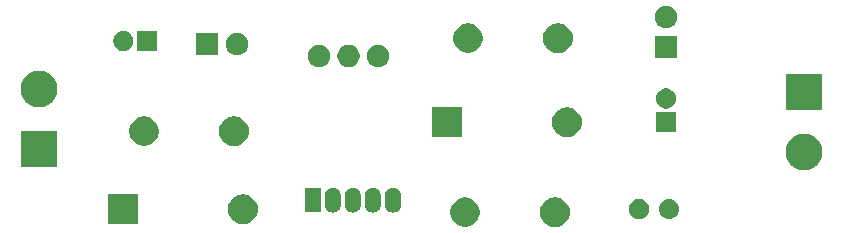
<source format=gts>
G04 #@! TF.GenerationSoftware,KiCad,Pcbnew,(5.1.2)-2*
G04 #@! TF.CreationDate,2019-10-31T11:57:37-10:00*
G04 #@! TF.ProjectId,buck converter,6275636b-2063-46f6-9e76-65727465722e,rev?*
G04 #@! TF.SameCoordinates,Original*
G04 #@! TF.FileFunction,Soldermask,Top*
G04 #@! TF.FilePolarity,Negative*
%FSLAX46Y46*%
G04 Gerber Fmt 4.6, Leading zero omitted, Abs format (unit mm)*
G04 Created by KiCad (PCBNEW (5.1.2)-2) date 2019-10-31 11:57:37*
%MOMM*%
%LPD*%
G04 APERTURE LIST*
%ADD10C,0.100000*%
G04 APERTURE END LIST*
D10*
G36*
X143755239Y-62013101D02*
G01*
X143991053Y-62084634D01*
X144208381Y-62200799D01*
X144398871Y-62357129D01*
X144555201Y-62547619D01*
X144671366Y-62764947D01*
X144742899Y-63000761D01*
X144767053Y-63246000D01*
X144742899Y-63491239D01*
X144671366Y-63727053D01*
X144555201Y-63944381D01*
X144398871Y-64134871D01*
X144208381Y-64291201D01*
X143991053Y-64407366D01*
X143755239Y-64478899D01*
X143571457Y-64497000D01*
X143448543Y-64497000D01*
X143264761Y-64478899D01*
X143028947Y-64407366D01*
X142811619Y-64291201D01*
X142621129Y-64134871D01*
X142464799Y-63944381D01*
X142348634Y-63727053D01*
X142277101Y-63491239D01*
X142252947Y-63246000D01*
X142277101Y-63000761D01*
X142348634Y-62764947D01*
X142464799Y-62547619D01*
X142621129Y-62357129D01*
X142811619Y-62200799D01*
X143028947Y-62084634D01*
X143264761Y-62013101D01*
X143448543Y-61995000D01*
X143571457Y-61995000D01*
X143755239Y-62013101D01*
X143755239Y-62013101D01*
G37*
G36*
X136254903Y-62043075D02*
G01*
X136399887Y-62103129D01*
X136482571Y-62137378D01*
X136687466Y-62274285D01*
X136861715Y-62448534D01*
X136998622Y-62653429D01*
X136998623Y-62653431D01*
X137092925Y-62881097D01*
X137141000Y-63122786D01*
X137141000Y-63369214D01*
X137092925Y-63610903D01*
X137010334Y-63810297D01*
X136998622Y-63838571D01*
X136861715Y-64043466D01*
X136687466Y-64217715D01*
X136482571Y-64354622D01*
X136482570Y-64354623D01*
X136482569Y-64354623D01*
X136254903Y-64448925D01*
X136013214Y-64497000D01*
X135766786Y-64497000D01*
X135525097Y-64448925D01*
X135297431Y-64354623D01*
X135297430Y-64354623D01*
X135297429Y-64354622D01*
X135092534Y-64217715D01*
X134918285Y-64043466D01*
X134781378Y-63838571D01*
X134769667Y-63810297D01*
X134687075Y-63610903D01*
X134639000Y-63369214D01*
X134639000Y-63122786D01*
X134687075Y-62881097D01*
X134781377Y-62653431D01*
X134781378Y-62653429D01*
X134918285Y-62448534D01*
X135092534Y-62274285D01*
X135297429Y-62137378D01*
X135380114Y-62103129D01*
X135525097Y-62043075D01*
X135766786Y-61995000D01*
X136013214Y-61995000D01*
X136254903Y-62043075D01*
X136254903Y-62043075D01*
G37*
G36*
X117339239Y-61759101D02*
G01*
X117575053Y-61830634D01*
X117792381Y-61946799D01*
X117982871Y-62103129D01*
X118139201Y-62293619D01*
X118255366Y-62510947D01*
X118326899Y-62746761D01*
X118351053Y-62992000D01*
X118326899Y-63237239D01*
X118255366Y-63473053D01*
X118139201Y-63690381D01*
X117982871Y-63880871D01*
X117792381Y-64037201D01*
X117575053Y-64153366D01*
X117339239Y-64224899D01*
X117155457Y-64243000D01*
X117032543Y-64243000D01*
X116848761Y-64224899D01*
X116612947Y-64153366D01*
X116395619Y-64037201D01*
X116205129Y-63880871D01*
X116048799Y-63690381D01*
X115932634Y-63473053D01*
X115861101Y-63237239D01*
X115836947Y-62992000D01*
X115861101Y-62746761D01*
X115932634Y-62510947D01*
X116048799Y-62293619D01*
X116205129Y-62103129D01*
X116395619Y-61946799D01*
X116612947Y-61830634D01*
X116848761Y-61759101D01*
X117032543Y-61741000D01*
X117155457Y-61741000D01*
X117339239Y-61759101D01*
X117339239Y-61759101D01*
G37*
G36*
X108185000Y-64243000D02*
G01*
X105683000Y-64243000D01*
X105683000Y-61741000D01*
X108185000Y-61741000D01*
X108185000Y-64243000D01*
X108185000Y-64243000D01*
G37*
G36*
X153328823Y-62153313D02*
G01*
X153489242Y-62201976D01*
X153556361Y-62237852D01*
X153637078Y-62280996D01*
X153766659Y-62387341D01*
X153873004Y-62516922D01*
X153873005Y-62516924D01*
X153952024Y-62664758D01*
X154000687Y-62825177D01*
X154017117Y-62992000D01*
X154000687Y-63158823D01*
X153952024Y-63319242D01*
X153911477Y-63395100D01*
X153873004Y-63467078D01*
X153766659Y-63596659D01*
X153637078Y-63703004D01*
X153637076Y-63703005D01*
X153489242Y-63782024D01*
X153328823Y-63830687D01*
X153203804Y-63843000D01*
X153120196Y-63843000D01*
X152995177Y-63830687D01*
X152834758Y-63782024D01*
X152686924Y-63703005D01*
X152686922Y-63703004D01*
X152557341Y-63596659D01*
X152450996Y-63467078D01*
X152412523Y-63395100D01*
X152371976Y-63319242D01*
X152323313Y-63158823D01*
X152306883Y-62992000D01*
X152323313Y-62825177D01*
X152371976Y-62664758D01*
X152450995Y-62516924D01*
X152450996Y-62516922D01*
X152557341Y-62387341D01*
X152686922Y-62280996D01*
X152767639Y-62237852D01*
X152834758Y-62201976D01*
X152995177Y-62153313D01*
X153120196Y-62141000D01*
X153203804Y-62141000D01*
X153328823Y-62153313D01*
X153328823Y-62153313D01*
G37*
G36*
X150870228Y-62173703D02*
G01*
X151025100Y-62237853D01*
X151164481Y-62330985D01*
X151283015Y-62449519D01*
X151376147Y-62588900D01*
X151440297Y-62743772D01*
X151473000Y-62908184D01*
X151473000Y-63075816D01*
X151440297Y-63240228D01*
X151376147Y-63395100D01*
X151283015Y-63534481D01*
X151164481Y-63653015D01*
X151025100Y-63746147D01*
X150870228Y-63810297D01*
X150705816Y-63843000D01*
X150538184Y-63843000D01*
X150373772Y-63810297D01*
X150218900Y-63746147D01*
X150079519Y-63653015D01*
X149960985Y-63534481D01*
X149867853Y-63395100D01*
X149803703Y-63240228D01*
X149771000Y-63075816D01*
X149771000Y-62908184D01*
X149803703Y-62743772D01*
X149867853Y-62588900D01*
X149960985Y-62449519D01*
X150079519Y-62330985D01*
X150218900Y-62237853D01*
X150373772Y-62173703D01*
X150538184Y-62141000D01*
X150705816Y-62141000D01*
X150870228Y-62173703D01*
X150870228Y-62173703D01*
G37*
G36*
X128228969Y-61188962D02*
G01*
X128358751Y-61228331D01*
X128408144Y-61254733D01*
X128478359Y-61292263D01*
X128583199Y-61378302D01*
X128669237Y-61483140D01*
X128706767Y-61553355D01*
X128733169Y-61602748D01*
X128772538Y-61732530D01*
X128782500Y-61833679D01*
X128782500Y-62626321D01*
X128772538Y-62727470D01*
X128733169Y-62857252D01*
X128733166Y-62857257D01*
X128669237Y-62976860D01*
X128583199Y-63081699D01*
X128478360Y-63167737D01*
X128408145Y-63205267D01*
X128358752Y-63231669D01*
X128228970Y-63271038D01*
X128094000Y-63284331D01*
X127959031Y-63271038D01*
X127829249Y-63231669D01*
X127779856Y-63205267D01*
X127709641Y-63167737D01*
X127604802Y-63081699D01*
X127518764Y-62976860D01*
X127454832Y-62857252D01*
X127415462Y-62727471D01*
X127405500Y-62626322D01*
X127405500Y-61833679D01*
X127415462Y-61732535D01*
X127415462Y-61732531D01*
X127454831Y-61602749D01*
X127518764Y-61483140D01*
X127518765Y-61483139D01*
X127604802Y-61378301D01*
X127709640Y-61292263D01*
X127779855Y-61254733D01*
X127829248Y-61228331D01*
X127959030Y-61188962D01*
X128094000Y-61175669D01*
X128228969Y-61188962D01*
X128228969Y-61188962D01*
G37*
G36*
X129928969Y-61188962D02*
G01*
X130058751Y-61228331D01*
X130108144Y-61254733D01*
X130178359Y-61292263D01*
X130283199Y-61378302D01*
X130369237Y-61483140D01*
X130406767Y-61553355D01*
X130433169Y-61602748D01*
X130472538Y-61732530D01*
X130482500Y-61833679D01*
X130482500Y-62626321D01*
X130472538Y-62727470D01*
X130433169Y-62857252D01*
X130433166Y-62857257D01*
X130369237Y-62976860D01*
X130283199Y-63081699D01*
X130178360Y-63167737D01*
X130108145Y-63205267D01*
X130058752Y-63231669D01*
X129928970Y-63271038D01*
X129794000Y-63284331D01*
X129659031Y-63271038D01*
X129529249Y-63231669D01*
X129479856Y-63205267D01*
X129409641Y-63167737D01*
X129304802Y-63081699D01*
X129218764Y-62976860D01*
X129154832Y-62857252D01*
X129115462Y-62727471D01*
X129105500Y-62626322D01*
X129105500Y-61833679D01*
X129115462Y-61732535D01*
X129115462Y-61732531D01*
X129154831Y-61602749D01*
X129218764Y-61483140D01*
X129218765Y-61483139D01*
X129304802Y-61378301D01*
X129409640Y-61292263D01*
X129479855Y-61254733D01*
X129529248Y-61228331D01*
X129659030Y-61188962D01*
X129794000Y-61175669D01*
X129928969Y-61188962D01*
X129928969Y-61188962D01*
G37*
G36*
X126528969Y-61188962D02*
G01*
X126658751Y-61228331D01*
X126708144Y-61254733D01*
X126778359Y-61292263D01*
X126883199Y-61378302D01*
X126969237Y-61483140D01*
X127006767Y-61553355D01*
X127033169Y-61602748D01*
X127072538Y-61732530D01*
X127082500Y-61833679D01*
X127082500Y-62626321D01*
X127072538Y-62727470D01*
X127033169Y-62857252D01*
X127033166Y-62857257D01*
X126969237Y-62976860D01*
X126883199Y-63081699D01*
X126778360Y-63167737D01*
X126708145Y-63205267D01*
X126658752Y-63231669D01*
X126528970Y-63271038D01*
X126394000Y-63284331D01*
X126259031Y-63271038D01*
X126129249Y-63231669D01*
X126079856Y-63205267D01*
X126009641Y-63167737D01*
X125904802Y-63081699D01*
X125818764Y-62976860D01*
X125754832Y-62857252D01*
X125715462Y-62727471D01*
X125705500Y-62626322D01*
X125705500Y-61833679D01*
X125715462Y-61732535D01*
X125715462Y-61732531D01*
X125754831Y-61602749D01*
X125818764Y-61483140D01*
X125818765Y-61483139D01*
X125904802Y-61378301D01*
X126009640Y-61292263D01*
X126079855Y-61254733D01*
X126129248Y-61228331D01*
X126259030Y-61188962D01*
X126394000Y-61175669D01*
X126528969Y-61188962D01*
X126528969Y-61188962D01*
G37*
G36*
X124828969Y-61188962D02*
G01*
X124958751Y-61228331D01*
X125008144Y-61254733D01*
X125078359Y-61292263D01*
X125183199Y-61378302D01*
X125269237Y-61483140D01*
X125306767Y-61553355D01*
X125333169Y-61602748D01*
X125372538Y-61732530D01*
X125382500Y-61833679D01*
X125382500Y-62626321D01*
X125372538Y-62727470D01*
X125333169Y-62857252D01*
X125333166Y-62857257D01*
X125269237Y-62976860D01*
X125183199Y-63081699D01*
X125078360Y-63167737D01*
X125008145Y-63205267D01*
X124958752Y-63231669D01*
X124828970Y-63271038D01*
X124694000Y-63284331D01*
X124559031Y-63271038D01*
X124429249Y-63231669D01*
X124379856Y-63205267D01*
X124309641Y-63167737D01*
X124204802Y-63081699D01*
X124118764Y-62976860D01*
X124054832Y-62857252D01*
X124015462Y-62727471D01*
X124005500Y-62626322D01*
X124005500Y-61833679D01*
X124015462Y-61732535D01*
X124015462Y-61732531D01*
X124054831Y-61602749D01*
X124118764Y-61483140D01*
X124118765Y-61483139D01*
X124204802Y-61378301D01*
X124309640Y-61292263D01*
X124379855Y-61254733D01*
X124429248Y-61228331D01*
X124559030Y-61188962D01*
X124694000Y-61175669D01*
X124828969Y-61188962D01*
X124828969Y-61188962D01*
G37*
G36*
X123682500Y-63281000D02*
G01*
X122305500Y-63281000D01*
X122305500Y-61179000D01*
X123682500Y-61179000D01*
X123682500Y-63281000D01*
X123682500Y-63281000D01*
G37*
G36*
X164836444Y-56633237D02*
G01*
X165044410Y-56674604D01*
X165326674Y-56791521D01*
X165580705Y-56961259D01*
X165796741Y-57177295D01*
X165966479Y-57431326D01*
X166083396Y-57713590D01*
X166143000Y-58013240D01*
X166143000Y-58318760D01*
X166083396Y-58618410D01*
X165966479Y-58900674D01*
X165796741Y-59154705D01*
X165580705Y-59370741D01*
X165326674Y-59540479D01*
X165044410Y-59657396D01*
X164894585Y-59687198D01*
X164744761Y-59717000D01*
X164439239Y-59717000D01*
X164289415Y-59687198D01*
X164139590Y-59657396D01*
X163857326Y-59540479D01*
X163603295Y-59370741D01*
X163387259Y-59154705D01*
X163217521Y-58900674D01*
X163100604Y-58618410D01*
X163041000Y-58318760D01*
X163041000Y-58013240D01*
X163100604Y-57713590D01*
X163217521Y-57431326D01*
X163387259Y-57177295D01*
X163603295Y-56961259D01*
X163857326Y-56791521D01*
X164139590Y-56674604D01*
X164347556Y-56633237D01*
X164439239Y-56615000D01*
X164744761Y-56615000D01*
X164836444Y-56633237D01*
X164836444Y-56633237D01*
G37*
G36*
X101373000Y-59463000D02*
G01*
X98271000Y-59463000D01*
X98271000Y-56361000D01*
X101373000Y-56361000D01*
X101373000Y-59463000D01*
X101373000Y-59463000D01*
G37*
G36*
X116577239Y-55155101D02*
G01*
X116813053Y-55226634D01*
X117030381Y-55342799D01*
X117220871Y-55499129D01*
X117377201Y-55689619D01*
X117493366Y-55906947D01*
X117564899Y-56142761D01*
X117589053Y-56388000D01*
X117564899Y-56633239D01*
X117493366Y-56869053D01*
X117377201Y-57086381D01*
X117220871Y-57276871D01*
X117030381Y-57433201D01*
X116813053Y-57549366D01*
X116577239Y-57620899D01*
X116393457Y-57639000D01*
X116270543Y-57639000D01*
X116086761Y-57620899D01*
X115850947Y-57549366D01*
X115633619Y-57433201D01*
X115443129Y-57276871D01*
X115286799Y-57086381D01*
X115170634Y-56869053D01*
X115099101Y-56633239D01*
X115074947Y-56388000D01*
X115099101Y-56142761D01*
X115170634Y-55906947D01*
X115286799Y-55689619D01*
X115443129Y-55499129D01*
X115633619Y-55342799D01*
X115850947Y-55226634D01*
X116086761Y-55155101D01*
X116270543Y-55137000D01*
X116393457Y-55137000D01*
X116577239Y-55155101D01*
X116577239Y-55155101D01*
G37*
G36*
X109076903Y-55185075D02*
G01*
X109177236Y-55226634D01*
X109304571Y-55279378D01*
X109509466Y-55416285D01*
X109683715Y-55590534D01*
X109749922Y-55689620D01*
X109820623Y-55795431D01*
X109914925Y-56023097D01*
X109963000Y-56264786D01*
X109963000Y-56511214D01*
X109914925Y-56752903D01*
X109863523Y-56877000D01*
X109820622Y-56980571D01*
X109683715Y-57185466D01*
X109509466Y-57359715D01*
X109304571Y-57496622D01*
X109304570Y-57496623D01*
X109304569Y-57496623D01*
X109076903Y-57590925D01*
X108835214Y-57639000D01*
X108588786Y-57639000D01*
X108347097Y-57590925D01*
X108119431Y-57496623D01*
X108119430Y-57496623D01*
X108119429Y-57496622D01*
X107914534Y-57359715D01*
X107740285Y-57185466D01*
X107603378Y-56980571D01*
X107560478Y-56877000D01*
X107509075Y-56752903D01*
X107461000Y-56511214D01*
X107461000Y-56264786D01*
X107509075Y-56023097D01*
X107603377Y-55795431D01*
X107674078Y-55689620D01*
X107740285Y-55590534D01*
X107914534Y-55416285D01*
X108119429Y-55279378D01*
X108246765Y-55226634D01*
X108347097Y-55185075D01*
X108588786Y-55137000D01*
X108835214Y-55137000D01*
X109076903Y-55185075D01*
X109076903Y-55185075D01*
G37*
G36*
X135617000Y-56877000D02*
G01*
X133115000Y-56877000D01*
X133115000Y-54375000D01*
X135617000Y-54375000D01*
X135617000Y-56877000D01*
X135617000Y-56877000D01*
G37*
G36*
X144771239Y-54393101D02*
G01*
X145007053Y-54464634D01*
X145224381Y-54580799D01*
X145414871Y-54737129D01*
X145571201Y-54927619D01*
X145687366Y-55144947D01*
X145758899Y-55380761D01*
X145783053Y-55626000D01*
X145758899Y-55871239D01*
X145687366Y-56107053D01*
X145571201Y-56324381D01*
X145414871Y-56514871D01*
X145224381Y-56671201D01*
X145007053Y-56787366D01*
X144771239Y-56858899D01*
X144587457Y-56877000D01*
X144464543Y-56877000D01*
X144280761Y-56858899D01*
X144044947Y-56787366D01*
X143827619Y-56671201D01*
X143637129Y-56514871D01*
X143480799Y-56324381D01*
X143364634Y-56107053D01*
X143293101Y-55871239D01*
X143268947Y-55626000D01*
X143293101Y-55380761D01*
X143364634Y-55144947D01*
X143480799Y-54927619D01*
X143637129Y-54737129D01*
X143827619Y-54580799D01*
X144044947Y-54464634D01*
X144280761Y-54393101D01*
X144464543Y-54375000D01*
X144587457Y-54375000D01*
X144771239Y-54393101D01*
X144771239Y-54393101D01*
G37*
G36*
X153759000Y-56477000D02*
G01*
X152057000Y-56477000D01*
X152057000Y-54775000D01*
X153759000Y-54775000D01*
X153759000Y-56477000D01*
X153759000Y-56477000D01*
G37*
G36*
X166143000Y-54637000D02*
G01*
X163041000Y-54637000D01*
X163041000Y-51535000D01*
X166143000Y-51535000D01*
X166143000Y-54637000D01*
X166143000Y-54637000D01*
G37*
G36*
X153156228Y-52807703D02*
G01*
X153311100Y-52871853D01*
X153450481Y-52964985D01*
X153569015Y-53083519D01*
X153662147Y-53222900D01*
X153726297Y-53377772D01*
X153759000Y-53542184D01*
X153759000Y-53709816D01*
X153726297Y-53874228D01*
X153662147Y-54029100D01*
X153569015Y-54168481D01*
X153450481Y-54287015D01*
X153311100Y-54380147D01*
X153156228Y-54444297D01*
X152991816Y-54477000D01*
X152824184Y-54477000D01*
X152659772Y-54444297D01*
X152504900Y-54380147D01*
X152365519Y-54287015D01*
X152246985Y-54168481D01*
X152153853Y-54029100D01*
X152089703Y-53874228D01*
X152057000Y-53709816D01*
X152057000Y-53542184D01*
X152089703Y-53377772D01*
X152153853Y-53222900D01*
X152246985Y-53083519D01*
X152365519Y-52964985D01*
X152504900Y-52871853D01*
X152659772Y-52807703D01*
X152824184Y-52775000D01*
X152991816Y-52775000D01*
X153156228Y-52807703D01*
X153156228Y-52807703D01*
G37*
G36*
X100124585Y-51310802D02*
G01*
X100274410Y-51340604D01*
X100556674Y-51457521D01*
X100810705Y-51627259D01*
X101026741Y-51843295D01*
X101196479Y-52097326D01*
X101313396Y-52379590D01*
X101313396Y-52379591D01*
X101373000Y-52679239D01*
X101373000Y-52984761D01*
X101343198Y-53134585D01*
X101313396Y-53284410D01*
X101196479Y-53566674D01*
X101026741Y-53820705D01*
X100810705Y-54036741D01*
X100556674Y-54206479D01*
X100274410Y-54323396D01*
X100124585Y-54353198D01*
X99974761Y-54383000D01*
X99669239Y-54383000D01*
X99519415Y-54353198D01*
X99369590Y-54323396D01*
X99087326Y-54206479D01*
X98833295Y-54036741D01*
X98617259Y-53820705D01*
X98447521Y-53566674D01*
X98330604Y-53284410D01*
X98300802Y-53134585D01*
X98271000Y-52984761D01*
X98271000Y-52679239D01*
X98330604Y-52379591D01*
X98330604Y-52379590D01*
X98447521Y-52097326D01*
X98617259Y-51843295D01*
X98833295Y-51627259D01*
X99087326Y-51457521D01*
X99369590Y-51340604D01*
X99519415Y-51310802D01*
X99669239Y-51281000D01*
X99974761Y-51281000D01*
X100124585Y-51310802D01*
X100124585Y-51310802D01*
G37*
G36*
X123801395Y-49123546D02*
G01*
X123974466Y-49195234D01*
X124000128Y-49212381D01*
X124130227Y-49299310D01*
X124262690Y-49431773D01*
X124262691Y-49431775D01*
X124366766Y-49587534D01*
X124438454Y-49760605D01*
X124475000Y-49944333D01*
X124475000Y-50131667D01*
X124438454Y-50315395D01*
X124366766Y-50488466D01*
X124366765Y-50488467D01*
X124262690Y-50644227D01*
X124130227Y-50776690D01*
X124051818Y-50829081D01*
X123974466Y-50880766D01*
X123801395Y-50952454D01*
X123617667Y-50989000D01*
X123430333Y-50989000D01*
X123246605Y-50952454D01*
X123073534Y-50880766D01*
X122996182Y-50829081D01*
X122917773Y-50776690D01*
X122785310Y-50644227D01*
X122681235Y-50488467D01*
X122681234Y-50488466D01*
X122609546Y-50315395D01*
X122573000Y-50131667D01*
X122573000Y-49944333D01*
X122609546Y-49760605D01*
X122681234Y-49587534D01*
X122785309Y-49431775D01*
X122785310Y-49431773D01*
X122917773Y-49299310D01*
X123047872Y-49212381D01*
X123073534Y-49195234D01*
X123246605Y-49123546D01*
X123430333Y-49087000D01*
X123617667Y-49087000D01*
X123801395Y-49123546D01*
X123801395Y-49123546D01*
G37*
G36*
X126301395Y-49123546D02*
G01*
X126474466Y-49195234D01*
X126500128Y-49212381D01*
X126630227Y-49299310D01*
X126762690Y-49431773D01*
X126762691Y-49431775D01*
X126866766Y-49587534D01*
X126938454Y-49760605D01*
X126975000Y-49944333D01*
X126975000Y-50131667D01*
X126938454Y-50315395D01*
X126866766Y-50488466D01*
X126866765Y-50488467D01*
X126762690Y-50644227D01*
X126630227Y-50776690D01*
X126551818Y-50829081D01*
X126474466Y-50880766D01*
X126301395Y-50952454D01*
X126117667Y-50989000D01*
X125930333Y-50989000D01*
X125746605Y-50952454D01*
X125573534Y-50880766D01*
X125496182Y-50829081D01*
X125417773Y-50776690D01*
X125285310Y-50644227D01*
X125181235Y-50488467D01*
X125181234Y-50488466D01*
X125109546Y-50315395D01*
X125073000Y-50131667D01*
X125073000Y-49944333D01*
X125109546Y-49760605D01*
X125181234Y-49587534D01*
X125285309Y-49431775D01*
X125285310Y-49431773D01*
X125417773Y-49299310D01*
X125547872Y-49212381D01*
X125573534Y-49195234D01*
X125746605Y-49123546D01*
X125930333Y-49087000D01*
X126117667Y-49087000D01*
X126301395Y-49123546D01*
X126301395Y-49123546D01*
G37*
G36*
X128801395Y-49123546D02*
G01*
X128974466Y-49195234D01*
X129000128Y-49212381D01*
X129130227Y-49299310D01*
X129262690Y-49431773D01*
X129262691Y-49431775D01*
X129366766Y-49587534D01*
X129438454Y-49760605D01*
X129475000Y-49944333D01*
X129475000Y-50131667D01*
X129438454Y-50315395D01*
X129366766Y-50488466D01*
X129366765Y-50488467D01*
X129262690Y-50644227D01*
X129130227Y-50776690D01*
X129051818Y-50829081D01*
X128974466Y-50880766D01*
X128801395Y-50952454D01*
X128617667Y-50989000D01*
X128430333Y-50989000D01*
X128246605Y-50952454D01*
X128073534Y-50880766D01*
X127996182Y-50829081D01*
X127917773Y-50776690D01*
X127785310Y-50644227D01*
X127681235Y-50488467D01*
X127681234Y-50488466D01*
X127609546Y-50315395D01*
X127573000Y-50131667D01*
X127573000Y-49944333D01*
X127609546Y-49760605D01*
X127681234Y-49587534D01*
X127785309Y-49431775D01*
X127785310Y-49431773D01*
X127917773Y-49299310D01*
X128047872Y-49212381D01*
X128073534Y-49195234D01*
X128246605Y-49123546D01*
X128430333Y-49087000D01*
X128617667Y-49087000D01*
X128801395Y-49123546D01*
X128801395Y-49123546D01*
G37*
G36*
X153859000Y-50227000D02*
G01*
X151957000Y-50227000D01*
X151957000Y-48325000D01*
X153859000Y-48325000D01*
X153859000Y-50227000D01*
X153859000Y-50227000D01*
G37*
G36*
X116863395Y-48107546D02*
G01*
X117036466Y-48179234D01*
X117036467Y-48179235D01*
X117192227Y-48283310D01*
X117324690Y-48415773D01*
X117324691Y-48415775D01*
X117428766Y-48571534D01*
X117500454Y-48744605D01*
X117537000Y-48928333D01*
X117537000Y-49115667D01*
X117500454Y-49299395D01*
X117428766Y-49472466D01*
X117395570Y-49522147D01*
X117324690Y-49628227D01*
X117192227Y-49760690D01*
X117113818Y-49813081D01*
X117036466Y-49864766D01*
X116863395Y-49936454D01*
X116679667Y-49973000D01*
X116492333Y-49973000D01*
X116308605Y-49936454D01*
X116135534Y-49864766D01*
X116058182Y-49813081D01*
X115979773Y-49760690D01*
X115847310Y-49628227D01*
X115776430Y-49522147D01*
X115743234Y-49472466D01*
X115671546Y-49299395D01*
X115635000Y-49115667D01*
X115635000Y-48928333D01*
X115671546Y-48744605D01*
X115743234Y-48571534D01*
X115847309Y-48415775D01*
X115847310Y-48415773D01*
X115979773Y-48283310D01*
X116135533Y-48179235D01*
X116135534Y-48179234D01*
X116308605Y-48107546D01*
X116492333Y-48071000D01*
X116679667Y-48071000D01*
X116863395Y-48107546D01*
X116863395Y-48107546D01*
G37*
G36*
X114997000Y-49973000D02*
G01*
X113095000Y-49973000D01*
X113095000Y-48071000D01*
X114997000Y-48071000D01*
X114997000Y-49973000D01*
X114997000Y-49973000D01*
G37*
G36*
X136508903Y-47311075D02*
G01*
X136609236Y-47352634D01*
X136736571Y-47405378D01*
X136941466Y-47542285D01*
X137115715Y-47716534D01*
X137252622Y-47921429D01*
X137252623Y-47921431D01*
X137346925Y-48149097D01*
X137395000Y-48390786D01*
X137395000Y-48637214D01*
X137370728Y-48759237D01*
X137346925Y-48878903D01*
X137252622Y-49106571D01*
X137115715Y-49311466D01*
X136941466Y-49485715D01*
X136736571Y-49622622D01*
X136736570Y-49622623D01*
X136736569Y-49622623D01*
X136508903Y-49716925D01*
X136267214Y-49765000D01*
X136020786Y-49765000D01*
X135779097Y-49716925D01*
X135551431Y-49622623D01*
X135551430Y-49622623D01*
X135551429Y-49622622D01*
X135346534Y-49485715D01*
X135172285Y-49311466D01*
X135035378Y-49106571D01*
X134941075Y-48878903D01*
X134917272Y-48759237D01*
X134893000Y-48637214D01*
X134893000Y-48390786D01*
X134941075Y-48149097D01*
X135035377Y-47921431D01*
X135035378Y-47921429D01*
X135172285Y-47716534D01*
X135346534Y-47542285D01*
X135551429Y-47405378D01*
X135678765Y-47352634D01*
X135779097Y-47311075D01*
X136020786Y-47263000D01*
X136267214Y-47263000D01*
X136508903Y-47311075D01*
X136508903Y-47311075D01*
G37*
G36*
X144009239Y-47281101D02*
G01*
X144245053Y-47352634D01*
X144462381Y-47468799D01*
X144652871Y-47625129D01*
X144809201Y-47815619D01*
X144925366Y-48032947D01*
X144996899Y-48268761D01*
X145021053Y-48514000D01*
X144996899Y-48759239D01*
X144925366Y-48995053D01*
X144809201Y-49212381D01*
X144652871Y-49402871D01*
X144462381Y-49559201D01*
X144245053Y-49675366D01*
X144009239Y-49746899D01*
X143825457Y-49765000D01*
X143702543Y-49765000D01*
X143518761Y-49746899D01*
X143282947Y-49675366D01*
X143065619Y-49559201D01*
X142875129Y-49402871D01*
X142718799Y-49212381D01*
X142602634Y-48995053D01*
X142531101Y-48759239D01*
X142506947Y-48514000D01*
X142531101Y-48268761D01*
X142602634Y-48032947D01*
X142718799Y-47815619D01*
X142875129Y-47625129D01*
X143065619Y-47468799D01*
X143282947Y-47352634D01*
X143518761Y-47281101D01*
X143702543Y-47263000D01*
X143825457Y-47263000D01*
X144009239Y-47281101D01*
X144009239Y-47281101D01*
G37*
G36*
X107214228Y-47949703D02*
G01*
X107369100Y-48013853D01*
X107508481Y-48106985D01*
X107627015Y-48225519D01*
X107720147Y-48364900D01*
X107784297Y-48519772D01*
X107817000Y-48684184D01*
X107817000Y-48851816D01*
X107784297Y-49016228D01*
X107720147Y-49171100D01*
X107627015Y-49310481D01*
X107508481Y-49429015D01*
X107369100Y-49522147D01*
X107214228Y-49586297D01*
X107049816Y-49619000D01*
X106882184Y-49619000D01*
X106717772Y-49586297D01*
X106562900Y-49522147D01*
X106423519Y-49429015D01*
X106304985Y-49310481D01*
X106211853Y-49171100D01*
X106147703Y-49016228D01*
X106115000Y-48851816D01*
X106115000Y-48684184D01*
X106147703Y-48519772D01*
X106211853Y-48364900D01*
X106304985Y-48225519D01*
X106423519Y-48106985D01*
X106562900Y-48013853D01*
X106717772Y-47949703D01*
X106882184Y-47917000D01*
X107049816Y-47917000D01*
X107214228Y-47949703D01*
X107214228Y-47949703D01*
G37*
G36*
X109817000Y-49619000D02*
G01*
X108115000Y-49619000D01*
X108115000Y-47917000D01*
X109817000Y-47917000D01*
X109817000Y-49619000D01*
X109817000Y-49619000D01*
G37*
G36*
X153185395Y-45821546D02*
G01*
X153358466Y-45893234D01*
X153358467Y-45893235D01*
X153514227Y-45997310D01*
X153646690Y-46129773D01*
X153646691Y-46129775D01*
X153750766Y-46285534D01*
X153822454Y-46458605D01*
X153859000Y-46642333D01*
X153859000Y-46829667D01*
X153822454Y-47013395D01*
X153750766Y-47186466D01*
X153750765Y-47186467D01*
X153646690Y-47342227D01*
X153514227Y-47474690D01*
X153435818Y-47527081D01*
X153358466Y-47578766D01*
X153185395Y-47650454D01*
X153001667Y-47687000D01*
X152814333Y-47687000D01*
X152630605Y-47650454D01*
X152457534Y-47578766D01*
X152380182Y-47527081D01*
X152301773Y-47474690D01*
X152169310Y-47342227D01*
X152065235Y-47186467D01*
X152065234Y-47186466D01*
X151993546Y-47013395D01*
X151957000Y-46829667D01*
X151957000Y-46642333D01*
X151993546Y-46458605D01*
X152065234Y-46285534D01*
X152169309Y-46129775D01*
X152169310Y-46129773D01*
X152301773Y-45997310D01*
X152457533Y-45893235D01*
X152457534Y-45893234D01*
X152630605Y-45821546D01*
X152814333Y-45785000D01*
X153001667Y-45785000D01*
X153185395Y-45821546D01*
X153185395Y-45821546D01*
G37*
M02*

</source>
